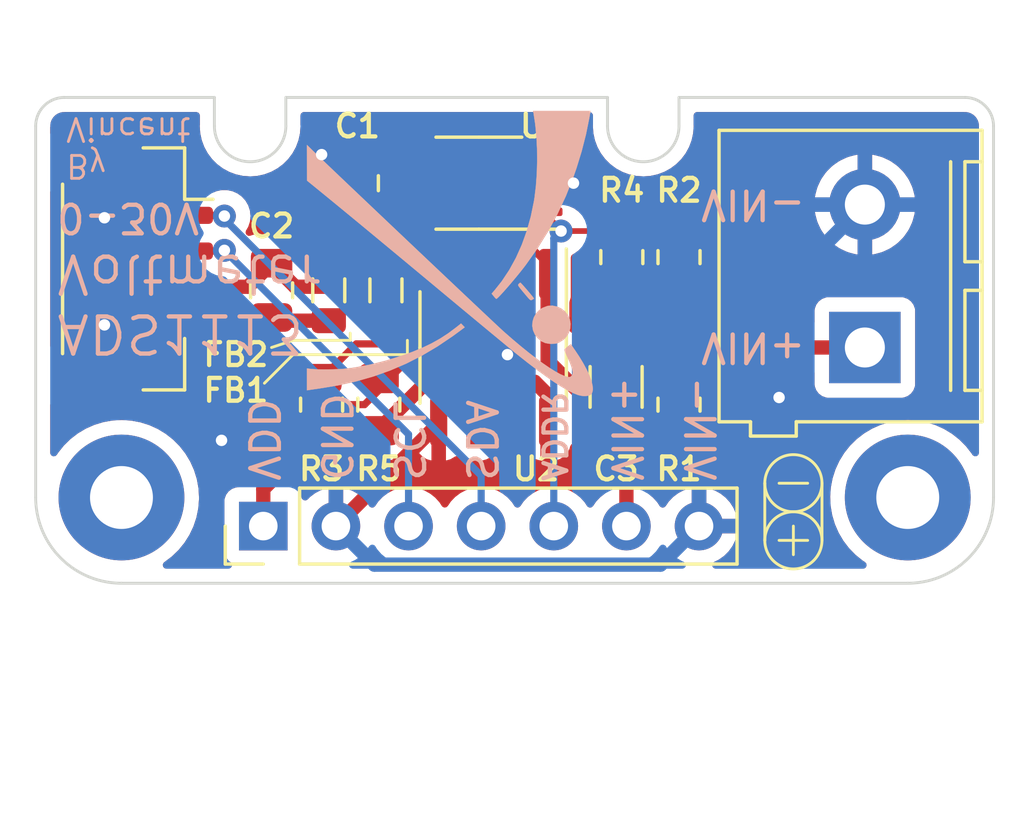
<source format=kicad_pcb>
(kicad_pcb (version 20211014) (generator pcbnew)
  (title_block (title "ADS1113 Voltmeter PCB") (date "2022-04-19") (rev "1") (comment 1 "Author: Vincent Nguyen"))
  (layers (0 "F.Cu" signal "Front") (31 "B.Cu" signal "Back") (34 "B.Paste" user) (35 "F.Paste" user) (36 "B.SilkS" user "B.Silkscreen") (37 "F.SilkS" user "F.Silkscreen") (38 "B.Mask" user) (39 "F.Mask" user) (44 "Edge.Cuts" user))
  (net 0 "")
  (net 1 "VIN-")
  (net 2 "VIN+")
  (net 3 "Net-(R1-Pad2)")
  (net 4 "VDD")
  (net 5 "SCL")
  (net 6 "ADDR")
  (net 7 "SDA")
  (net 13 "Net-(C2-Pad1)")
  (net 14 "Net-(C2-Pad2)")
  (footprint "MountingHole:MountingHole_2.2mm_M2_Pad" (layer "F.Cu") (at 135.595 101.54)
    (fp_text reference "H1" hide)
    (fp_text value "2.2mm M2")
    (pad "1" thru_hole circle (at 0 0) (size 4.4 4.4) (drill 2.2) (layers *.Cu *.Mask))
  )
  (footprint "Resistor_SMD:R_0805_2012Metric" (layer "F.Cu") (at 155.095 93.1275 90)
    (fp_text reference "R2" (at 2.3375 0 180) (layer "F.SilkS") (effects (font (size 0.8 0.8))))
    (fp_text value "3.3k")
    (fp_line (start -0.227064 -0.735) (end 0.227064 -0.735) (layer "F.SilkS") (width 0.12))
    (fp_line (start -0.227064 0.735) (end 0.227064 0.735) (layer "F.SilkS") (width 0.12))
    (pad "1" smd roundrect (at -0.9125 0 90) (size 1.025 1.4) (layers "F.Cu" "F.Paste" "F.Mask") (roundrect_rratio 0.243902) (net 3 "Net-(R1-Pad2)"))
    (pad "2" smd roundrect (at 0.9125 0 90) (size 1.025 1.4) (layers "F.Cu" "F.Paste" "F.Mask") (roundrect_rratio 0.243902) (net 1 "VIN-"))
  )
  (footprint "Connector_PinHeader_2.54mm:PinHeader_1x07_P2.54mm_Vertical" (layer "F.Cu") (at 140.555 102.54 90)
    (fp_text reference "J2" hide)
    (fp_text value "01x07 2.54mm Pin headers")
    (fp_line (start -1.33 1.27) (end -1.33 16.57) (layer "F.SilkS") (width 0.12))
    (fp_line (start -1.33 0) (end -1.33 -1.33) (layer "F.SilkS") (width 0.12))
    (fp_line (start -1.33 16.57) (end 1.33 16.57) (layer "F.SilkS") (width 0.12))
    (fp_line (start -1.33 -1.33) (end 0 -1.33) (layer "F.SilkS") (width 0.12))
    (fp_line (start -1.33 1.27) (end 1.33 1.27) (layer "F.SilkS") (width 0.12))
    (fp_line (start 1.33 1.27) (end 1.33 16.57) (layer "F.SilkS") (width 0.12))
    (pad "1" thru_hole rect (at 0 0 90) (size 1.7 1.7) (drill 1) (layers *.Cu *.Mask) (net 4 "VDD"))
    (pad "2" thru_hole oval (at 0 2.54 90) (size 1.7 1.7) (drill 1) (layers *.Cu *.Mask) (net 1 "VIN-"))
    (pad "3" thru_hole oval (at 0 5.08 90) (size 1.7 1.7) (drill 1) (layers *.Cu *.Mask) (net 5 "SCL"))
    (pad "4" thru_hole oval (at 0 7.62 90) (size 1.7 1.7) (drill 1) (layers *.Cu *.Mask) (net 7 "SDA"))
    (pad "5" thru_hole oval (at 0 10.16 90) (size 1.7 1.7) (drill 1) (layers *.Cu *.Mask) (net 6 "ADDR"))
    (pad "6" thru_hole oval (at 0 12.7 90) (size 1.7 1.7) (drill 1) (layers *.Cu *.Mask) (net 2 "VIN+"))
    (pad "7" thru_hole oval (at 0 15.24 90) (size 1.7 1.7) (drill 1) (layers *.Cu *.Mask) (net 1 "VIN-"))
  )
  (footprint "Resistor_SMD:R_0805_2012Metric" (layer "F.Cu") (at 144.595 98.29 90)
    (fp_text reference "R5" (at -2.25 0 180) (layer "F.SilkS") (effects (font (size 0.8 0.8))))
    (fp_text value "10k")
    (fp_line (start -0.227064 -0.735) (end 0.227064 -0.735) (layer "F.SilkS") (width 0.12))
    (fp_line (start -0.227064 0.735) (end 0.227064 0.735) (layer "F.SilkS") (width 0.12))
    (pad "1" smd roundrect (at -0.9125 0 90) (size 1.025 1.4) (layers "F.Cu" "F.Paste" "F.Mask") (roundrect_rratio 0.243902) (net 4 "VDD"))
    (pad "2" smd roundrect (at 0.9125 0 90) (size 1.025 1.4) (layers "F.Cu" "F.Paste" "F.Mask") (roundrect_rratio 0.243902) (net 7 "SDA"))
  )
  (footprint "lib_fp:TB001-500-02BE" (layer "F.Cu") (at 161.595 93.79 90)
    (fp_text reference "J1" hide)
    (fp_text value "TB001-500-02BE")
    (fp_line (start 0.5 3.5) (end 4 3.5) (layer "F.SilkS") (width 0.12))
    (fp_line (start -5.6 -2.4) (end -5.1 -2.4) (layer "F.SilkS") (width 0.12))
    (fp_line (start -5.6 -4) (end -5.6 -2.4) (layer "F.SilkS") (width 0.12))
    (fp_line (start -0.5 3.5) (end -4 3.5) (layer "F.SilkS") (width 0.12))
    (fp_line (start 0.5 4.1) (end 0.5 3.5) (layer "F.SilkS") (width 0.12))
    (fp_line (start -4 3.5) (end -4 4.1) (layer "F.SilkS") (width 0.12))
    (fp_line (start 4 3.5) (end 4 4.1) (layer "F.SilkS") (width 0.12))
    (fp_line (start -5.1 -5.1) (end 5.1 -5.1) (layer "F.SilkS") (width 0.12))
    (fp_line (start 5.1 -5.1) (end 5.1 4.1) (layer "F.SilkS") (width 0.12))
    (fp_line (start -5.6 -4) (end -5.1 -4) (layer "F.SilkS") (width 0.12))
    (fp_line (start -5.1 4.1) (end -5.1 -2.4) (layer "F.SilkS") (width 0.12))
    (fp_line (start 4 3) (end -4 3) (layer "F.SilkS") (width 0.12))
    (fp_line (start -5.1 -5.1) (end -5.1 -4) (layer "F.SilkS") (width 0.12))
    (fp_line (start -0.5 3.5) (end -0.5 4.1) (layer "F.SilkS") (width 0.12))
    (fp_line (start 5.1 4.1) (end -5.1 4.1) (layer "F.SilkS") (width 0.12))
    (pad "1" thru_hole trapezoid (at -2.5 0 90) (size 2.5 2.5) (drill 1.4) (layers *.Cu *.Mask) (net 2 "VIN+"))
    (pad "2" thru_hole custom (at 2.5 0 90) (size 2.5 2.5) (drill 1.4) (layers *.Cu *.Mask) (net 1 "VIN-") (options (clearance outline) (anchor circle)) (primitives))
  )
  (footprint "Connector_JST:JST_GH_SM04B-GHS-TB_1x04-1MP_P1.25mm_Horizontal" (layer "F.Cu") (at 136.095 93.54 -90)
    (fp_text reference "J3" hide)
    (fp_text value "SM04B-GHS-TB(LF)(SN)")
    (fp_line (start -4.235 -1.71) (end -2.435 -1.71) (layer "F.SilkS") (width 0.12))
    (fp_line (start -2.435 -1.71) (end -2.435 -2.7) (layer "F.SilkS") (width 0.12))
    (fp_line (start 4.235 -1.71) (end 2.435 -1.71) (layer "F.SilkS") (width 0.12))
    (fp_line (start -4.235 -0.26) (end -4.235 -1.71) (layer "F.SilkS") (width 0.12))
    (fp_line (start 4.235 -0.26) (end 4.235 -1.71) (layer "F.SilkS") (width 0.12))
    (fp_line (start -2.965 2.56) (end 2.965 2.56) (layer "F.SilkS") (width 0.12))
    (pad "1" smd roundrect (at -1.875 -1.85 270) (size 0.6 1.7) (layers "F.Cu" "F.Paste" "F.Mask") (net 7 "SDA"))
    (pad "2" smd roundrect (at -0.625 -1.85 270) (size 0.6 1.7) (layers "F.Cu" "F.Paste" "F.Mask") (net 5 "SCL"))
    (pad "3" smd roundrect (at 0.625 -1.85 270) (size 0.6 1.7) (layers "F.Cu" "F.Paste" "F.Mask") (net 13 "Net-(C2-Pad1)"))
    (pad "4" smd roundrect (at 1.875 -1.85 270) (size 0.6 1.7) (layers "F.Cu" "F.Paste" "F.Mask") (net 14 "Net-(C2-Pad2)"))
    (pad "MP" smd roundrect (at -3.725 1.35 270) (size 1 2.7) (layers "F.Cu" "F.Paste" "F.Mask"))
    (pad "MP" smd roundrect (at 3.725 1.35 270) (size 1 2.7) (layers "F.Cu" "F.Paste" "F.Mask"))
  )
  (footprint "Resistor_SMD:R_0805_2012Metric" (layer "F.Cu") (at 142.595 98.29 90)
    (fp_text reference "R3" (at -2.25 0 180) (layer "F.SilkS") (effects (font (size 0.8 0.8))))
    (fp_text value "10k")
    (fp_line (start -0.227064 0.735) (end 0.227064 0.735) (layer "F.SilkS") (width 0.12))
    (fp_line (start -0.227064 -0.735) (end 0.227064 -0.735) (layer "F.SilkS") (width 0.12))
    (pad "1" smd roundrect (at -0.9125 0 90) (size 1.025 1.4) (layers "F.Cu" "F.Paste" "F.Mask") (roundrect_rratio 0.243902) (net 4 "VDD"))
    (pad "2" smd roundrect (at 0.9125 0 90) (size 1.025 1.4) (layers "F.Cu" "F.Paste" "F.Mask") (roundrect_rratio 0.243902) (net 5 "SCL"))
  )
  (footprint "Capacitor_SMD:C_0805_2012Metric" (layer "F.Cu") (at 143.845 90.54 90)
    (fp_text reference "C1" (at 2 0 180) (layer "F.SilkS") (effects (font (size 0.8 0.8))))
    (fp_text value "0.1uF")
    (fp_line (start -0.261252 0.735) (end 0.261252 0.735) (layer "F.SilkS") (width 0.12))
    (fp_line (start -0.261252 -0.735) (end 0.261252 -0.735) (layer "F.SilkS") (width 0.12))
    (pad "1" smd roundrect (at -0.95 0 90) (size 1 1.45) (layers "F.Cu" "F.Paste" "F.Mask") (net 4 "VDD"))
    (pad "2" smd roundrect (at 0.95 0 90) (size 1 1.45) (layers "F.Cu" "F.Paste" "F.Mask") (net 1 "VIN-"))
  )
  (footprint "Package_SO:SO-8_3.9x4.9mm_P1.27mm" (layer "F.Cu") (at 148.595 96.29 -90)
    (fp_text reference "U2" (at 4.25 -1.5 180) (layer "F.SilkS") (effects (font (size 0.8 0.8))))
    (fp_text value "SMDA03C-4")
    (fp_line (start 0 -2.56) (end 1.95 -2.56) (layer "F.SilkS") (width 0.12))
    (fp_line (start 0 2.56) (end -1.95 2.56) (layer "F.SilkS") (width 0.12))
    (fp_line (start 0 -2.56) (end -3.45 -2.56) (layer "F.SilkS") (width 0.12))
    (fp_line (start 0 2.56) (end 1.95 2.56) (layer "F.SilkS") (width 0.12))
    (pad "1" smd roundrect (at -2.575 -1.905 270) (size 1.75 0.6) (layers "F.Cu" "F.Paste" "F.Mask") (net 3 "Net-(R1-Pad2)"))
    (pad "2" smd roundrect (at -2.575 -0.635 270) (size 1.75 0.6) (layers "F.Cu" "F.Paste" "F.Mask") (net 4 "VDD"))
    (pad "3" smd roundrect (at -2.575 0.635 270) (size 1.75 0.6) (layers "F.Cu" "F.Paste" "F.Mask") (net 7 "SDA"))
    (pad "4" smd roundrect (at -2.575 1.905 270) (size 1.75 0.6) (layers "F.Cu" "F.Paste" "F.Mask") (net 5 "SCL"))
    (pad "5" smd roundrect (at 2.575 1.905 270) (size 1.75 0.6) (layers "F.Cu" "F.Paste" "F.Mask") (net 1 "VIN-"))
    (pad "6" smd roundrect (at 2.575 0.635 270) (size 1.75 0.6) (layers "F.Cu" "F.Paste" "F.Mask"))
    (pad "7" smd roundrect (at 2.575 -0.635 270) (size 1.75 0.6) (layers "F.Cu" "F.Paste" "F.Mask"))
    (pad "8" smd roundrect (at 2.575 -1.905 270) (size 1.75 0.6) (layers "F.Cu" "F.Paste" "F.Mask") (net 1 "VIN-"))
  )
  (footprint "Capacitor_SMD:C_0805_2012Metric" (layer "F.Cu") (at 140.845 94.29 -90)
    (fp_text reference "C2" (at -2.25 0 180) (layer "F.SilkS") (effects (font (size 0.8 0.8))))
    (fp_text value "0.1uF")
    (fp_line (start -0.261252 0.735) (end 0.261252 0.735) (layer "F.SilkS") (width 0.12))
    (fp_line (start -0.261252 -0.735) (end 0.261252 -0.735) (layer "F.SilkS") (width 0.12))
    (pad "1" smd roundrect (at -0.95 0 270) (size 1 1.45) (layers "F.Cu" "F.Paste" "F.Mask") (net 13 "Net-(C2-Pad1)"))
    (pad "2" smd roundrect (at 0.95 0 270) (size 1 1.45) (layers "F.Cu" "F.Paste" "F.Mask") (net 14 "Net-(C2-Pad2)"))
  )
  (footprint "MountingHole:MountingHole_2.2mm_M2_Pad" (layer "F.Cu") (at 163.095 101.54)
    (fp_text reference "H2" hide)
    (fp_text value "2.2mm M2")
    (pad "1" thru_hole circle (at 0 0) (size 4.4 4.4) (drill 2.2) (layers *.Cu *.Mask))
  )
  (footprint "Capacitor_SMD:C_1206_3216Metric" (layer "F.Cu") (at 152.895 97.67 90)
    (fp_text reference "C3" (at -2.87 0 180) (layer "F.SilkS") (effects (font (size 0.8 0.8))))
    (fp_text value "0.22uF")
    (fp_line (start -0.711252 -0.91) (end 0.711252 -0.91) (layer "F.SilkS") (width 0.12))
    (fp_line (start -0.711252 0.91) (end 0.711252 0.91) (layer "F.SilkS") (width 0.12))
    (pad "1" smd roundrect (at -1.475 0 90) (size 1.15 1.8) (layers "F.Cu" "F.Paste" "F.Mask") (roundrect_rratio 0.217391) (net 3 "Net-(R1-Pad2)"))
    (pad "2" smd roundrect (at 1.475 0 90) (size 1.15 1.8) (layers "F.Cu" "F.Paste" "F.Mask") (roundrect_rratio 0.217391) (net 1 "VIN-"))
  )
  (footprint "Resistor_SMD:R_0805_2012Metric" (layer "F.Cu") (at 155.095 98.29 90)
    (fp_text reference "R1" (at -2.25 0 180) (layer "F.SilkS") (effects (font (size 0.8 0.8))))
    (fp_text value "26.7k")
    (fp_line (start -0.227064 0.735) (end 0.227064 0.735) (layer "F.SilkS") (width 0.12))
    (fp_line (start -0.227064 -0.735) (end 0.227064 -0.735) (layer "F.SilkS") (width 0.12))
    (pad "1" smd roundrect (at -0.9125 0 90) (size 1.025 1.4) (layers "F.Cu" "F.Paste" "F.Mask") (roundrect_rratio 0.243902) (net 2 "VIN+"))
    (pad "2" smd roundrect (at 0.9125 0 90) (size 1.025 1.4) (layers "F.Cu" "F.Paste" "F.Mask") (roundrect_rratio 0.243902) (net 3 "Net-(R1-Pad2)"))
  )
  (footprint "Inductor_SMD:L_0805_2012Metric" (layer "F.Cu") (at 142.845 94.29 90)
    (fp_text reference "FB2" (at -2.25 -3.25) (layer "F.SilkS") (effects (font (size 0.8 0.8))))
    (fp_text value "MMZ2012S102ATD25")
    (fp_line (start -0.399622 0.56) (end 0.399622 0.56) (layer "F.SilkS") (width 0.12))
    (fp_line (start -0.399622 -0.56) (end 0.399622 -0.56) (layer "F.SilkS") (width 0.12))
    (pad "1" smd roundrect (at -1.0625 0 90) (size 0.875 1.2) (layers "F.Cu" "F.Paste" "F.Mask") (net 14 "Net-(C2-Pad2)"))
    (pad "2" smd roundrect (at 1.0625 0 90) (size 0.875 1.2) (layers "F.Cu" "F.Paste" "F.Mask") (net 1 "VIN-"))
  )
  (footprint "Package_SO:VSSOP-10_3x3mm_P0.5mm" (layer "F.Cu") (at 148.095 90.54 180)
    (fp_text reference "U1" (at -2.25 2) (layer "F.SilkS") (effects (font (size 0.8 0.8))))
    (fp_text value "ADS1113BQDGSRQ1")
    (fp_line (start 0 -1.61) (end 1.5 -1.61) (layer "F.SilkS") (width 0.12))
    (fp_line (start 0 -1.61) (end -2.925 -1.61) (layer "F.SilkS") (width 0.12))
    (fp_line (start 0 1.61) (end 1.5 1.61) (layer "F.SilkS") (width 0.12))
    (fp_line (start 0 1.61) (end -1.5 1.61) (layer "F.SilkS") (width 0.12))
    (pad "1" smd roundrect (at -2.2 -1 180) (size 1.45 0.3) (layers "F.Cu" "F.Paste" "F.Mask") (net 6 "ADDR"))
    (pad "2" smd roundrect (at -2.2 -0.5 180) (size 1.45 0.3) (layers "F.Cu" "F.Paste" "F.Mask"))
    (pad "3" smd roundrect (at -2.2 0 180) (size 1.45 0.3) (layers "F.Cu" "F.Paste" "F.Mask") (net 1 "VIN-"))
    (pad "4" smd roundrect (at -2.2 0.5 180) (size 1.45 0.3) (layers "F.Cu" "F.Paste" "F.Mask") (net 3 "Net-(R1-Pad2)"))
    (pad "5" smd roundrect (at -2.2 1 180) (size 1.45 0.3) (layers "F.Cu" "F.Paste" "F.Mask") (net 1 "VIN-"))
    (pad "6" smd roundrect (at 2.2 1 180) (size 1.45 0.3) (layers "F.Cu" "F.Paste" "F.Mask"))
    (pad "7" smd roundrect (at 2.2 0.5 180) (size 1.45 0.3) (layers "F.Cu" "F.Paste" "F.Mask"))
    (pad "8" smd roundrect (at 2.2 0 180) (size 1.45 0.3) (layers "F.Cu" "F.Paste" "F.Mask") (net 4 "VDD"))
    (pad "9" smd roundrect (at 2.2 -0.5 180) (size 1.45 0.3) (layers "F.Cu" "F.Paste" "F.Mask") (net 7 "SDA"))
    (pad "10" smd roundrect (at 2.2 -1 180) (size 1.45 0.3) (layers "F.Cu" "F.Paste" "F.Mask") (net 5 "SCL"))
  )
  (footprint "Inductor_SMD:L_0805_2012Metric" (layer "F.Cu") (at 144.845 94.29 90)
    (fp_text reference "FB1" (at -3.5 -5.25 180) (layer "F.SilkS") (effects (font (size 0.8 0.8))))
    (fp_text value "MMZ2012S102ATD25")
    (fp_line (start -0.399622 0.56) (end 0.399622 0.56) (layer "F.SilkS") (width 0.12))
    (fp_line (start -0.399622 -0.56) (end 0.399622 -0.56) (layer "F.SilkS") (width 0.12))
    (pad "1" smd roundrect (at -1.0625 0 90) (size 0.875 1.2) (layers "F.Cu" "F.Paste" "F.Mask") (net 13 "Net-(C2-Pad1)"))
    (pad "2" smd roundrect (at 1.0625 0 90) (size 0.875 1.2) (layers "F.Cu" "F.Paste" "F.Mask") (net 4 "VDD"))
  )
  (footprint "Resistor_SMD:R_0805_2012Metric" (layer "F.Cu") (at 153.095 93.1275 -90)
    (fp_text reference "R4" (at -2.3375 0 180) (layer "F.SilkS") (effects (font (size 0.8 0.8))))
    (fp_text value "10k")
    (fp_line (start -0.227064 0.735) (end 0.227064 0.735) (layer "F.SilkS") (width 0.12))
    (fp_line (start -0.227064 -0.735) (end 0.227064 -0.735) (layer "F.SilkS") (width 0.12))
    (pad "1" smd roundrect (at -0.9125 0 270) (size 1.025 1.4) (layers "F.Cu" "F.Paste" "F.Mask") (roundrect_rratio 0.243902) (net 6 "ADDR"))
    (pad "2" smd roundrect (at 0.9125 0 270) (size 1.025 1.4) (layers "F.Cu" "F.Paste" "F.Mask") (roundrect_rratio 0.243902) (net 1 "VIN-"))
  )
  (footprint "graphics:xplore_logo_10mm" (layer "B.Cu") (at 153.671875 93.001115)
    (fp_text reference " " hide)
    (fp_text value " " hide)
    (fp_poly (pts (xy -3.73161 1.627478) (xy -3.712099 1.617933) (xy -3.669199 1.591942) (xy -3.651251 1.574087) (xy -3.65125 1.574042) (xy -3.665228 1.551643) (xy -3.703051 1.502814) (xy -3.758559 1.434752) (xy -3.825591 1.354654) (xy -3.897983 1.269717) (xy -3.969576 1.187136) (xy -4.034206 1.114109) (xy -4.085712 1.057833) (xy -4.117933 1.025503) (xy -4.125159 1.020535) (xy -4.152323 1.035648) (xy -4.183372 1.064981) (xy -4.197457 1.083191) (xy -4.201979 1.102665) (xy -4.193438 1.129346) (xy -4.16834 1.169179) (xy -4.123186 1.228109) (xy -4.05448 1.312079) (xy -3.998271 1.379621) (xy -3.912795 1.481773) (xy -3.850944 1.553583) (xy -3.807308 1.599554) (xy -3.77648 1.62419) (xy -3.75305 1.631997) (xy -3.73161 1.627478)) (layer "B.SilkS") (width 0.01) (fill solid))
    (fp_poly (pts (xy -1.760565 4.976407) (xy -1.679886 4.948442) (xy -1.652156 4.927949) (xy -1.606647 4.850982) (xy -1.591042 4.74337) (xy -1.60439 4.607715) (xy -1.645743 4.446619) (xy -1.714149 4.262683) (xy -1.808658 4.058508) (xy -1.928321 3.836697) (xy -2.072189 3.599851) (xy -2.21583 3.384272) (xy -2.361493 3.17399) (xy -2.472459 3.25954) (xy -2.531041 3.308369) (xy -2.571622 3.349186) (xy -2.584392 3.370125) (xy -2.57567 3.400025) (xy -2.551354 3.461025) (xy -2.515498 3.543342) (xy -2.484615 3.610744) (xy -2.402167 3.794962) (xy -2.343601 3.945027) (xy -2.308079 4.064816) (xy -2.294762 4.158204) (xy -2.302812 4.229069) (xy -2.33139 4.281284) (xy -2.338019 4.288375) (xy -2.382628 4.320292) (xy -2.437056 4.325594) (xy -2.46842 4.321179) (xy -2.587959 4.286392) (xy -2.736368 4.219995) (xy -2.911526 4.123492) (xy -3.11131 3.998391) (xy -3.333599 3.846196) (xy -3.576269 3.668414) (xy -3.837198 3.46655) (xy -4.114265 3.24211) (xy -4.405346 2.9966) (xy -4.705804 2.733764) (xy -4.751797 2.691843) (xy -4.828625 2.620574) (xy -4.934265 2.521878) (xy -5.066692 2.397673) (xy -5.223883 2.249878) (xy -5.403814 2.080412) (xy -5.604462 1.891193) (xy -5.823801 1.684142) (xy -6.059809 1.461176) (xy -6.310461 1.224214) (xy -6.573734 0.975176) (xy -6.847604 0.71598) (xy -7.130047 0.448546) (xy -7.419039 0.174792) (xy -7.712556 -0.103363) (xy -8.008575 -0.384) (xy -8.305071 -0.6652) (xy -8.600021 -0.945045) (xy -8.891401 -1.221614) (xy -9.177187 -1.49299) (xy -9.455355 -1.757253) (xy -9.723882 -2.012484) (xy -9.980743 -2.256766) (xy -10.223914 -2.488177) (xy -10.451373 -2.704801) (xy -10.661094 -2.904717) (xy -10.851054 -3.086008) (xy -11.019229 -3.246753) (xy -11.163596 -3.385034) (xy -11.282131 -3.498933) (xy -11.372809 -3.58653) (xy -11.412992 -3.625654) (xy -11.58875 -3.797597) (xy -11.587638 -3.174468) (xy -11.586525 -2.55134) (xy -11.264468 -2.288974) (xy -11.012876 -2.083635) (xy -10.74376 -1.863251) (xy -10.455498 -1.626479) (xy -10.146469 -1.371977) (xy -9.81505 -1.098403) (xy -9.45962 -0.804416) (xy -9.078557 -0.488672) (xy -8.670241 -0.149831) (xy -8.233049 0.213449) (xy -7.765359 0.602512) (xy -7.265551 1.018698) (xy -6.962322 1.271363) (xy -6.673374 1.51209) (xy -6.388512 1.749232) (xy -6.11028 1.980682) (xy -5.841218 2.204333) (xy -5.58387 2.418076) (xy -5.340778 2.619805) (xy -5.114483 2.807413) (xy -4.907527 2.978791) (xy -4.722453 3.131833) (xy -4.561803 3.264431) (xy -4.428118 3.374478) (xy -4.323942 3.459866) (xy -4.251816 3.518487) (xy -4.246965 3.522393) (xy -3.874703 3.81723) (xy -3.532637 4.078608) (xy -3.220524 4.306689) (xy -2.938116 4.501636) (xy -2.68517 4.663615) (xy -2.461439 4.792788) (xy -2.266679 4.889318) (xy -2.100643 4.953369) (xy -2.099774 4.953643) (xy -1.982545 4.979698) (xy -1.865463 4.987056) (xy -1.760565 4.976407)) (layer "B.SilkS") (width 0.01) (fill solid))
    (fp_poly (pts (xy -11.515045 4.77524) (xy -11.462922 4.767298) (xy -11.378343 4.754996) (xy -11.273791 4.740131) (xy -11.180536 4.727098) (xy -10.514497 4.617421) (xy -9.87895 4.476571) (xy -9.270039 4.302994) (xy -8.683906 4.095135) (xy -8.116693 3.851441) (xy -7.564541 3.570357) (xy -7.023595 3.25033) (xy -6.489995 2.889806) (xy -6.330439 2.773272) (xy -6.072752 2.581829) (xy -6.136244 2.515557) (xy -6.176156 2.474485) (xy -6.199118 2.451986) (xy -6.201163 2.450467) (xy -6.218269 2.464103) (xy -6.263105 2.499807) (xy -6.327911 2.5514) (xy -6.372679 2.587037) (xy -6.646752 2.792033) (xy -6.929686 2.976402) (xy -7.228934 3.144039) (xy -7.551948 3.298838) (xy -7.906183 3.444694) (xy -8.255 3.570565) (xy -8.828965 3.749496) (xy -9.385939 3.889254) (xy -9.924282 3.989452) (xy -10.193879 4.025514) (xy -10.324688 4.037286) (xy -10.483818 4.046445) (xy -10.660878 4.052879) (xy -10.845476 4.056474) (xy -11.027221 4.057115) (xy -11.195722 4.054689) (xy -11.340589 4.049083) (xy -11.45143 4.040183) (xy -11.458349 4.039346) (xy -11.58875 4.023056) (xy -11.58875 4.787234) (xy -11.515045 4.77524)) (layer "B.SilkS") (width 0.01) (fill solid))
    (fp_poly (pts (xy -2.926464 3.156056) (xy -2.839815 3.139706) (xy -2.762875 3.109498) (xy -2.618006 3.016987) (xy -2.50516 2.899039) (xy -2.425509 2.762246) (xy -2.380225 2.613201) (xy -2.370479 2.458494) (xy -2.397445 2.304717) (xy -2.462295 2.158463) (xy -2.566199 2.026324) (xy -2.569667 2.022906) (xy -2.696942 1.925377) (xy -2.842958 1.858549) (xy -2.996469 1.825828) (xy -3.146233 1.830614) (xy -3.181022 1.837883) (xy -3.341434 1.898307) (xy -3.47522 1.989496) (xy -3.580558 2.105239) (xy -3.655627 2.239325) (xy -3.698606 2.385545) (xy -3.707674 2.537687) (xy -3.681008 2.689541) (xy -3.616788 2.834896) (xy -3.513193 2.967542) (xy -3.512511 2.968225) (xy -3.389555 3.069335) (xy -3.257706 3.13127) (xy -3.105894 3.158528) (xy -3.038929 3.160731) (xy -2.926464 3.156056)) (layer "B.SilkS") (width 0.01) (fill solid))
    (fp_poly (pts (xy -4.939197 1.570531) (xy -4.887968 1.522593) (xy -4.816117 1.448137) (xy -4.727499 1.351614) (xy -4.62597 1.237475) (xy -4.515383 1.110172) (xy -4.399593 0.974156) (xy -4.282455 0.833878) (xy -4.167824 0.69379) (xy -4.059554 0.558343) (xy -3.9615 0.431989) (xy -3.934918 0.396875) (xy -3.524845 -0.18195) (xy -3.155821 -0.774153) (xy -2.825463 -1.384283) (xy -2.531386 -2.016892) (xy -2.271208 -2.676531) (xy -2.164941 -2.982232) (xy -1.9823 -3.576271) (xy -1.831001 -4.168629) (xy -1.713702 -4.748625) (xy -1.689608 -4.892902) (xy -1.674228 -4.989286) (xy -3.678977 -4.989286) (xy -3.665258 -4.915581) (xy -3.606203 -4.531182) (xy -3.565088 -4.11592) (xy -3.541963 -3.680611) (xy -3.536875 -3.236074) (xy -3.549876 -2.793125) (xy -3.581014 -2.36258) (xy -3.63034 -1.955258) (xy -3.651089 -1.825001) (xy -3.759621 -1.29627) (xy -3.901353 -0.789039) (xy -4.075122 -0.305942) (xy -4.279768 0.150389) (xy -4.514132 0.57732) (xy -4.777053 0.972217) (xy -5.017163 1.274966) (xy -5.128626 1.404664) (xy -5.055161 1.496082) (xy -5.01071 1.547917) (xy -4.976932 1.581047) (xy -4.965951 1.5875) (xy -4.939197 1.570531)) (layer "B.SilkS") (width 0.01) (fill solid))
  )
  (gr_line (start 142.845 96.04) (end 141.595 96.04) (layer "F.SilkS") (width 0.1))
  (gr_line (start 141.595 96.54) (end 140.595 97.54) (layer "F.SilkS") (width 0.1))
  (gr_line (start 158.595 101.04) (end 159.595 101.04) (layer "F.SilkS") (width 0.1))
  (gr_line (start 160.095 103.04) (end 160.095 101.04) (layer "F.SilkS") (width 0.1))
  (gr_line (start 141.595 96.04) (end 140.845 96.29) (layer "F.SilkS") (width 0.1))
  (gr_line (start 144.845 96.54) (end 141.595 96.54) (layer "F.SilkS") (width 0.1))
  (gr_line (start 145.595 96.54) (end 145.595 96.04) (layer "F.SilkS") (width 0.1))
  (gr_arc (start 158.095 103.04) (mid 159.095 102.04) (end 160.095 103.04) (layer "F.SilkS") (width 0.1))
  (gr_line (start 143.595 96.04) (end 143.595 95.79) (layer "F.SilkS") (width 0.1))
  (gr_arc (start 160.095 103.04) (mid 159.095 104.04) (end 158.095 103.04) (layer "F.SilkS") (width 0.1))
  (gr_line (start 144.845 96.54) (end 145.595 96.54) (layer "F.SilkS") (width 0.1))
  (gr_line (start 159.095 103.54) (end 159.095 102.54) (layer "F.SilkS") (width 0.1))
  (gr_line (start 158.595 103.04) (end 159.595 103.04) (layer "F.SilkS") (width 0.1))
  (gr_arc (start 158.095 101.04) (mid 159.095 100.04) (end 160.095 101.04) (layer "F.SilkS") (width 0.1))
  (gr_line (start 158.095 103.04) (end 158.095 101.04) (layer "F.SilkS") (width 0.1))
  (gr_arc (start 160.095 101.04) (mid 159.095 102.04) (end 158.095 101.04) (layer "F.SilkS") (width 0.1))
  (gr_line (start 142.845 96.04) (end 143.595 96.04) (layer "F.SilkS") (width 0.1))
  (gr_line (start 138.845 87.54) (end 133.595 87.54) (layer "Edge.Cuts") (width 0.1))
  (gr_line (start 138.845 87.54) (end 138.845 88.54) (layer "Edge.Cuts") (width 0.1))
  (gr_line (start 166.095 101.54) (end 166.095 88.54) (layer "Edge.Cuts") (width 0.1))
  (gr_line (start 152.595 87.54) (end 152.595 88.54) (layer "Edge.Cuts") (width 0.1))
  (gr_line (start 135.595 104.54) (end 163.095 104.54) (layer "Edge.Cuts") (width 0.1))
  (gr_line (start 155.095 87.54) (end 165.095 87.54) (layer "Edge.Cuts") (width 0.1))
  (gr_arc (start 141.345 88.54) (mid 140.095 89.79) (end 138.845 88.54) (layer "Edge.Cuts") (width 0.1))
  (gr_line (start 141.345 87.54) (end 152.595 87.54) (layer "Edge.Cuts") (width 0.1))
  (gr_line (start 155.095 87.54) (end 155.095 88.54) (layer "Edge.Cuts") (width 0.1))
  (gr_line (start 132.595 88.54) (end 132.595 101.54) (layer "Edge.Cuts") (width 0.1))
  (gr_line (start 141.345 87.54) (end 141.345 88.54) (layer "Edge.Cuts") (width 0.1))
  (gr_arc (start 155.095 88.54) (mid 153.845 89.79) (end 152.595 88.54) (layer "Edge.Cuts") (width 0.1))
  (gr_arc (start 165.095 87.54) (mid 165.802107 87.832893) (end 166.095 88.54) (layer "Edge.Cuts") (width 0.1))
  (gr_arc (start 132.595 88.54) (mid 132.887893 87.832893) (end 133.595 87.54) (layer "Edge.Cuts") (width 0.1))
  (gr_arc (start 135.595 104.54) (mid 133.47368 103.66132) (end 132.595 101.54) (layer "Edge.Cuts") (width 0.1))
  (gr_arc (start 166.095 101.54) (mid 165.21632 103.66132) (end 163.095 104.54) (layer "Edge.Cuts") (width 0.1))
  (gr_text "SDA" (at 148.175 101.04 270) (layer "B.SilkS") (effects (font (size 1 1)) (justify left mirror)))
  (gr_text "By \nVincent" (at 133.595 89.29 180) (layer "B.SilkS") (effects (font (size 0.8 0.8) (thickness 0.1)) (justify left mirror)))
  (gr_text "GND" (at 143.095 101.04 270) (layer "B.SilkS") (effects (font (size 1 1)) (justify left mirror)))
  (gr_text "ADDR" (at 150.715 101.04 270) (layer "B.SilkS") (effects (font (size 0.8 0.8)) (justify left mirror)))
  (gr_text "ADS1113 \nVoltmeter" (at 133.25 94.75 180) (layer "B.SilkS") (effects (font (size 1.3 1.3)) (justify left mirror)))
  (gr_text "VIN+" (at 153.255 101.04 270) (layer "B.SilkS") (effects (font (size 1 1)) (justify left mirror)))
  (gr_text "VDD" (at 140.555 101.04 270) (layer "B.SilkS") (effects (font (size 1 1)) (justify left mirror)))
  (gr_text "0-30V" (at 133.25 91.75 180) (layer "B.SilkS") (effects (font (size 1 1)) (justify left mirror)))
  (gr_text "SCL" (at 145.635 101.04 270) (layer "B.SilkS") (effects (font (size 1 1)) (justify left mirror)))
  (gr_text "VIN-" (at 159.595 91.29 180) (layer "B.SilkS") (effects (font (size 1 1)) (justify right mirror)))
  (gr_text "VIN+" (at 159.595 96.29 180) (layer "B.SilkS") (effects (font (size 1 1)) (justify right mirror)))
  (gr_text "VIN-" (at 155.795 101.04 270) (layer "B.SilkS") (effects (font (size 1 1)) (justify left mirror)))
  (segment (start 150.295 90.54) (end 151.402478 90.54) (width 0.2) (layer "F.Cu") (net 1))
  (segment (start 152.895 96.195) (end 152.895 94.24) (width 0.5) (layer "F.Cu") (net 1))
  (segment (start 142.62048 93.00298) (end 142.62048 90.81452) (width 0.5) (layer "F.Cu") (net 1))
  (segment (start 151.402478 90.54) (end 151.403805 90.538673) (width 0.2) (layer "F.Cu") (net 1))
  (segment (start 146.69 98.945) (end 146.69 98.865) (width 0.5) (layer "F.Cu") (net 1))
  (segment (start 153.014377 90.538673) (end 151.403805 90.538673) (width 0.25) (layer "F.Cu") (net 1))
  (segment (start 153.27 94.04) (end 155.095 92.215) (width 0.5) (layer "F.Cu") (net 1))
  (segment (start 142.645 89.59) (end 142.595 89.54) (width 0.5) (layer "F.Cu") (net 1))
  (segment (start 144.045 89.59) (end 144.64452 88.99048) (width 0.5) (layer "F.Cu") (net 1))
  (segment (start 150.5 97.945) (end 150.5 98.865) (width 0.5) (layer "F.Cu") (net 1))
  (segment (start 151.403805 90.538673) (end 151.403805 89.92951) (width 0.25) (layer "F.Cu") (net 1))
  (segment (start 152.895 94.24) (end 153.095 94.04) (width 0.5) (layer "F.Cu") (net 1))
  (segment (start 147.540961 97.49048) (end 150.04548 97.49048) (width 0.5) (layer "F.Cu") (net 1))
  (segment (start 143.845 89.59) (end 142.645 89.59) (width 0.5) (layer "F.Cu") (net 1))
  (segment (start 143.845 89.59) (end 144.045 89.59) (width 0.5) (layer "F.Cu") (net 1))
  (segment (start 155.095 92.215) (end 154.67 92.215) (width 0.5) (layer "F.Cu") (net 1))
  (segment (start 151.014295 89.54) (end 150.295 89.54) (width 0.25) (layer "F.Cu") (net 1))
  (segment (start 150.5875 98.9525) (end 150.5 98.865) (width 0.5) (layer "F.Cu") (net 1))
  (segment (start 143.095 102.54) (end 146.69 98.945) (width 0.5) (layer "F.Cu") (net 1))
  (segment (start 144.64452 88.99048) (end 149.87 88.99048) (width 0.5) (layer "F.Cu") (net 1))
  (segment (start 142.845 93.2275) (end 142.62048 93.00298) (width 0.5) (layer "F.Cu") (net 1))
  (segment (start 153.095 94.04) (end 153.27 94.04) (width 0.5) (layer "F.Cu") (net 1))
  (segment (start 146.69 98.865) (end 146.69 98.341441) (width 0.5) (layer "F.Cu") (net 1))
  (segment (start 150.04548 97.49048) (end 150.5 97.945) (width 0.5) (layer "F.Cu") (net 1))
  (segment (start 149.87 88.99048) (end 150.295 89.41548) (width 0.5) (layer "F.Cu") (net 1))
  (segment (start 156.02 91.29) (end 161.595 91.29) (width 0.5) (layer "F.Cu") (net 1))
  (segment (start 154.690704 92.215) (end 153.014377 90.538673) (width 0.25) (layer "F.Cu") (net 1))
  (segment (start 142.62048 90.81452) (end 143.845 89.59) (width 0.5) (layer "F.Cu") (net 1))
  (segment (start 155.095 92.215) (end 154.690704 92.215) (width 0.25) (layer "F.Cu") (net 1))
  (segment (start 151.403805 89.92951) (end 151.014295 89.54) (width 0.25) (layer "F.Cu") (net 1))
  (segment (start 146.69 98.341441) (end 147.540961 97.49048) (width 0.5) (layer "F.Cu") (net 1))
  (segment (start 155.095 92.215) (end 156.02 91.29) (width 0.5) (layer "F.Cu") (net 1))
  (via (at 158.595 98.04) (size 0.8) (drill 0.4) (layers "F.Cu" "B.Cu") (net 1))
  (via (at 142.595 89.54) (size 0.8) (drill 0.4) (layers "F.Cu" "B.Cu") (net 1))
  (via (at 149.095 96.54) (size 0.8) (drill 0.4) (layers "F.Cu" "B.Cu") (net 1))
  (via (at 139.095 99.54) (size 0.8) (drill 0.4) (layers "F.Cu" "B.Cu") (net 1))
  (via (at 135 95.5) (size 0.8) (drill 0.4) (layers "F.Cu" "B.Cu") (net 1))
  (via (at 135 91.75) (size 0.8) (drill 0.4) (layers "F.Cu" "B.Cu") (net 1))
  (via (at 151.403805 90.538673) (size 0.8) (drill 0.4) (layers "F.Cu" "B.Cu") (net 1))
  (segment (start 155.795 97.09) (end 155.795 102.54) (width 0.5) (layer "B.Cu") (net 1))
  (segment (start 154.445489 103.889511) (end 155.795 102.54) (width 0.5) (layer "B.Cu") (net 1))
  (segment (start 143.095 102.54) (end 144.444511 103.889511) (width 0.5) (layer "B.Cu") (net 1))
  (segment (start 161.595 91.29) (end 155.795 97.09) (width 0.5) (layer "B.Cu") (net 1))
  (segment (start 144.444511 103.889511) (end 154.445489 103.889511) (width 0.5) (layer "B.Cu") (net 1))
  (segment (start 155.095 99.2025) (end 158.0075 96.29) (width 0.5) (layer "F.Cu") (net 2))
  (segment (start 158.0075 96.29) (end 161.595 96.29) (width 0.5) (layer "F.Cu") (net 2))
  (segment (start 153.255 102.54) (end 153.255 101.0425) (width 0.5) (layer "F.Cu") (net 2))
  (segment (start 153.255 101.0425) (end 155.095 99.2025) (width 0.5) (layer "F.Cu") (net 2))
  (segment (start 148.845 91.713217) (end 148.845 90.770705) (width 0.25) (layer "F.Cu") (net 3))
  (segment (start 150.5 96.75) (end 150.5 93.715) (width 0.5) (layer "F.Cu") (net 3))
  (segment (start 152.895 99.145) (end 150.5 96.75) (width 0.5) (layer "F.Cu") (net 3))
  (segment (start 155.095 97.3775) (end 155.095 94.04) (width 0.5) (layer "F.Cu") (net 3))
  (segment (start 150.5 93.715) (end 150.5 93.368217) (width 0.25) (layer "F.Cu") (net 3))
  (segment (start 152.845 98.79) (end 153.345 98.79) (width 0.5) (layer "F.Cu") (net 3))
  (segment (start 152.895 99.145) (end 153.3275 99.145) (width 0.5) (layer "F.Cu") (net 3))
  (segment (start 153.3275 99.145) (end 155.095 97.3775) (width 0.5) (layer "F.Cu") (net 3))
  (segment (start 148.845 90.770705) (end 149.575705 90.04) (width 0.25) (layer "F.Cu") (net 3))
  (segment (start 150.5 93.368217) (end 148.845 91.713217) (width 0.25) (layer "F.Cu") (net 3))
  (segment (start 149.575705 90.04) (end 150.295 90.04) (width 0.25) (layer "F.Cu") (net 3))
  (segment (start 144.845 93.2275) (end 144.845 92.49) (width 0.5) (layer "F.Cu") (net 4))
  (segment (start 145.895 90.54) (end 146.820723 90.54) (width 0.25) (layer "F.Cu") (net 4))
  (segment (start 144.595 99.2025) (end 144.595 99.166441) (width 0.5) (layer "F.Cu") (net 4))
  (segment (start 144.795 90.54) (end 143.845 91.49) (width 0.25) (layer "F.Cu") (net 4))
  (segment (start 140.555 102.54) (end 140.555 101.2425) (width 0.5) (layer "F.Cu") (net 4))
  (segment (start 145.895 90.54) (end 144.795 90.54) (width 0.25) (layer "F.Cu") (net 4))
  (segment (start 146.820723 90.54) (end 149.23 92.949277) (width 0.25) (layer "F.Cu") (net 4))
  (segment (start 149.23 94.531441) (end 149.23 93.715) (width 0.5) (layer "F.Cu") (net 4))
  (segment (start 144.595 99.166441) (end 149.23 94.531441) (width 0.5) (layer "F.Cu") (net 4))
  (segment (start 142.595 99.2025) (end 144.595 99.2025) (width 0.5) (layer "F.Cu") (net 4))
  (segment (start 144.845 92.49) (end 143.845 91.49) (width 0.5) (layer "F.Cu") (net 4))
  (segment (start 149.23 92.949277) (end 149.23 93.715) (width 0.25) (layer "F.Cu") (net 4))
  (segment (start 140.555 101.2425) (end 142.595 99.2025) (width 0.5) (layer "F.Cu") (net 4))
  (segment (start 142.595 97.3775) (end 143.80798 96.16452) (width 0.25) (layer "F.Cu") (net 5))
  (segment (start 146.69 92.335) (end 146.69 93.715) (width 0.25) (layer "F.Cu") (net 5))
  (segment (start 143.80798 96.16452) (end 145.47199 96.16452) (width 0.25) (layer "F.Cu") (net 5))
  (segment (start 137.945 92.915) (end 139.17 92.915) (width 0.25) (layer "F.Cu") (net 5))
  (segment (start 136.72048 93.797737) (end 136.72048 95.782263) (width 0.25) (layer "F.Cu") (net 5))
  (segment (start 137.945 92.915) (end 137.603217 92.915) (width 0.25) (layer "F.Cu") (net 5))
  (segment (start 136.72048 95.782263) (end 138.315717 97.3775) (width 0.25) (layer "F.Cu") (net 5))
  (segment (start 137.603217 92.915) (end 136.72048 93.797737) (width 0.25) (layer "F.Cu") (net 5))
  (segment (start 145.895 91.54) (end 146.69 92.335) (width 0.25) (layer "F.Cu") (net 5))
  (segment (start 145.47199 96.16452) (end 146.69 94.94651) (width 0.25) (layer "F.Cu") (net 5))
  (segment (start 138.315717 97.3775) (end 142.595 97.3775) (width 0.25) (layer "F.Cu") (net 5))
  (segment (start 139.17 92.915) (end 139.195 92.89) (width 0.25) (layer "F.Cu") (net 5))
  (segment (start 146.69 94.94651) (end 146.69 93.715) (width 0.25) (layer "F.Cu") (net 5))
  (via (at 139.195 92.89) (size 0.8) (drill 0.4) (layers "F.Cu" "B.Cu") (net 5))
  (segment (start 145.635 99.33) (end 145.635 102.54) (width 0.25) (layer "B.Cu") (net 5))
  (segment (start 139.195 92.89) (end 145.635 99.33) (width 0.25) (layer "B.Cu") (net 5))
  (segment (start 153.095 92.215) (end 150.97 92.215) (width 0.2) (layer "F.Cu") (net 6))
  (segment (start 150.97 92.215) (end 150.295 91.54) (width 0.25) (layer "F.Cu") (net 6))
  (via (at 150.97 92.215) (size 0.8) (drill 0.4) (layers "F.Cu" "B.Cu") (net 6))
  (segment (start 150.97 92.215) (end 150.715 92.47) (width 0.25) (layer "B.Cu") (net 6))
  (segment (start 150.715 92.47) (end 150.715 102.54) (width 0.25) (layer "B.Cu") (net 6))
  (segment (start 147.96 92.385705) (end 147.96 93.715) (width 0.25) (layer "F.Cu") (net 7))
  (segment (start 137.945 91.665) (end 139.17 91.665) (width 0.25) (layer "F.Cu") (net 7))
  (segment (start 137.945 91.665) (end 137.603217 91.665) (width 0.25) (layer "F.Cu") (net 7))
  (segment (start 145.895 91.04) (end 146.614295 91.04) (width 0.25) (layer "F.Cu") (net 7))
  (segment (start 147.96 94.382938) (end 147.96 93.715) (width 0.25) (layer "F.Cu") (net 7))
  (segment (start 136.220961 95.989172) (end 138.521789 98.29) (width 0.25) (layer "F.Cu") (net 7))
  (segment (start 146.614295 91.04) (end 147.96 92.385705) (width 0.25) (layer "F.Cu") (net 7))
  (segment (start 144.095 98.29) (end 144.595 97.79) (width 0.25) (layer "F.Cu") (net 7))
  (segment (start 137.603217 91.665) (end 136.220961 93.047256) (width 0.25) (layer "F.Cu") (net 7))
  (segment (start 144.595 97.79) (end 144.595 97.3775) (width 0.25) (layer "F.Cu") (net 7))
  (segment (start 144.595 97.3775) (end 144.965437 97.3775) (width 0.25) (layer "F.Cu") (net 7))
  (segment (start 136.220961 93.047256) (end 136.220961 95.989172) (width 0.25) (layer "F.Cu") (net 7))
  (segment (start 144.965437 97.3775) (end 147.96 94.382938) (width 0.25) (layer "F.Cu") (net 7))
  (segment (start 138.521789 98.29) (end 144.095 98.29) (width 0.25) (layer "F.Cu") (net 7))
  (segment (start 139.17 91.665) (end 139.195 91.69) (width 0.25) (layer "F.Cu") (net 7))
  (via (at 139.195 91.69) (size 0.8) (drill 0.4) (layers "F.Cu" "B.Cu") (net 7))
  (segment (start 139.195 91.794675) (end 148.175 100.774675) (width 0.25) (layer "B.Cu") (net 7))
  (segment (start 139.195 91.69) (end 139.195 91.794675) (width 0.25) (layer "B.Cu") (net 7))
  (segment (start 148.175 100.774675) (end 148.175 102.54) (width 0.25) (layer "B.Cu") (net 7))
  (segment (start 140.02 94.165) (end 137.945 94.165) (width 0.5) (layer "F.Cu") (net 13))
  (segment (start 141.66952 94.16452) (end 143.65702 94.16452) (width 0.5) (layer "F.Cu") (net 13))
  (segment (start 143.65702 94.16452) (end 144.845 95.3525) (width 0.5) (layer "F.Cu") (net 13))
  (segment (start 140.845 93.34) (end 141.66952 94.16452) (width 0.5) (layer "F.Cu") (net 13))
  (segment (start 140.845 93.34) (end 140.02 94.165) (width 0.5) (layer "F.Cu") (net 13))
  (segment (start 138.12 95.24) (end 137.945 95.415) (width 0.5) (layer "F.Cu") (net 14))
  (segment (start 140.845 95.24) (end 138.12 95.24) (width 0.5) (layer "F.Cu") (net 14))
  (segment (start 142.845 95.3525) (end 140.9575 95.3525) (width 0.5) (layer "F.Cu") (net 14))
  (segment (start 140.9575 95.3525) (end 140.845 95.24) (width 0.5) (layer "F.Cu") (net 14))
  (zone (net 1) (net_name "VIN-") (layer "F.Cu") (connect_pads (clearance 0.508)) (min_thickness 0.254) (fill yes (thermal_gap 0.508) (thermal_bridge_width 0.508))
    (polygon (pts (xy 166.595 105.04) (xy 132.095 105.04) (xy 132.095 87.04) (xy 166.595 87.04)))
  )
  (zone (net 1) (net_name "VIN-") (layer "B.Cu") (connect_pads (clearance 0.508)) (min_thickness 0.254) (fill yes (thermal_gap 0.508) (thermal_bridge_width 0.508))
    (polygon (pts (xy 166.595 105.04) (xy 132.095 105.04) (xy 132.095 87.04) (xy 166.595 87.04)))
  )
)
</source>
